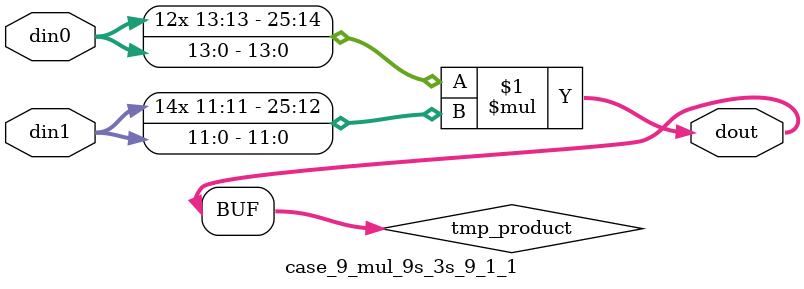
<source format=v>

`timescale 1 ns / 1 ps

 module case_9_mul_9s_3s_9_1_1(din0, din1, dout);
parameter ID = 1;
parameter NUM_STAGE = 0;
parameter din0_WIDTH = 14;
parameter din1_WIDTH = 12;
parameter dout_WIDTH = 26;

input [din0_WIDTH - 1 : 0] din0; 
input [din1_WIDTH - 1 : 0] din1; 
output [dout_WIDTH - 1 : 0] dout;

wire signed [dout_WIDTH - 1 : 0] tmp_product;



























assign tmp_product = $signed(din0) * $signed(din1);








assign dout = tmp_product;





















endmodule

</source>
